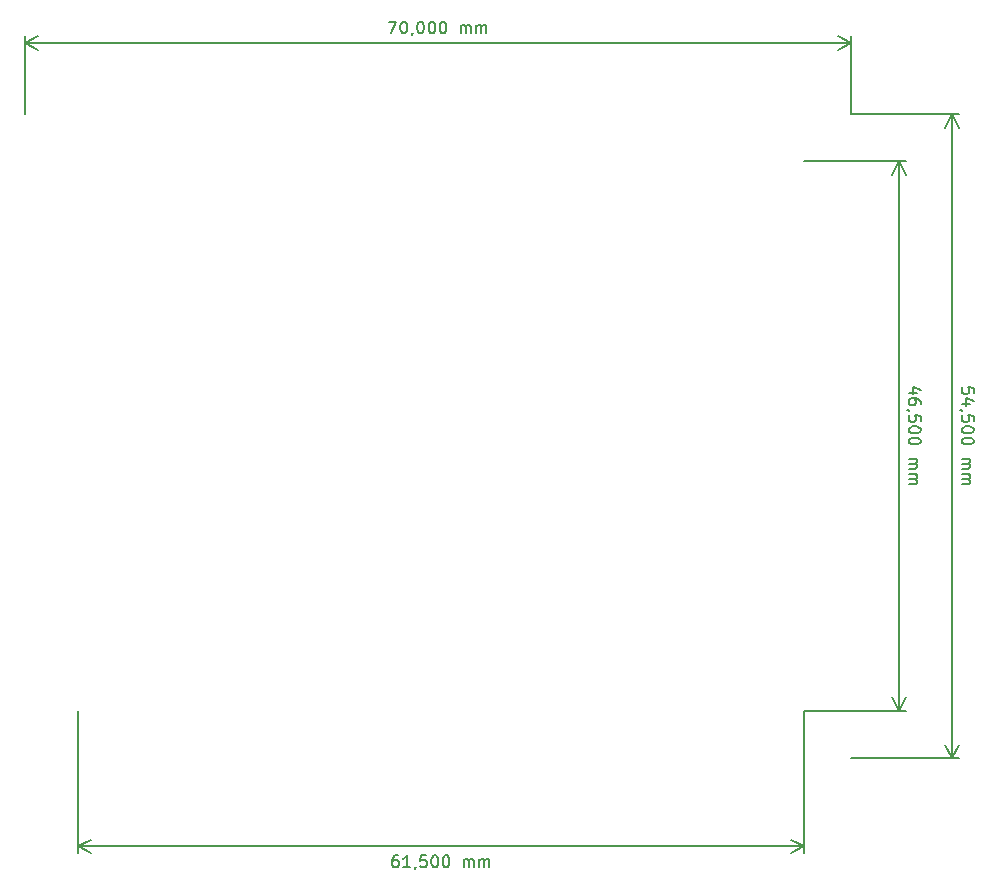
<source format=gbr>
%TF.GenerationSoftware,KiCad,Pcbnew,5.1.10*%
%TF.CreationDate,2021-07-22T01:23:26+02:00*%
%TF.ProjectId,9v-preamp,39762d70-7265-4616-9d70-2e6b69636164,rev?*%
%TF.SameCoordinates,Original*%
%TF.FileFunction,OtherDrawing,Comment*%
%FSLAX46Y46*%
G04 Gerber Fmt 4.6, Leading zero omitted, Abs format (unit mm)*
G04 Created by KiCad (PCBNEW 5.1.10) date 2021-07-22 01:23:26*
%MOMM*%
%LPD*%
G01*
G04 APERTURE LIST*
%ADD10C,0.150000*%
G04 APERTURE END LIST*
D10*
X116514285Y-108583333D02*
X115847619Y-108583333D01*
X116895238Y-108345238D02*
X116180952Y-108107142D01*
X116180952Y-108726190D01*
X116847619Y-109535714D02*
X116847619Y-109345238D01*
X116800000Y-109250000D01*
X116752380Y-109202380D01*
X116609523Y-109107142D01*
X116419047Y-109059523D01*
X116038095Y-109059523D01*
X115942857Y-109107142D01*
X115895238Y-109154761D01*
X115847619Y-109250000D01*
X115847619Y-109440476D01*
X115895238Y-109535714D01*
X115942857Y-109583333D01*
X116038095Y-109630952D01*
X116276190Y-109630952D01*
X116371428Y-109583333D01*
X116419047Y-109535714D01*
X116466666Y-109440476D01*
X116466666Y-109250000D01*
X116419047Y-109154761D01*
X116371428Y-109107142D01*
X116276190Y-109059523D01*
X115895238Y-110107142D02*
X115847619Y-110107142D01*
X115752380Y-110059523D01*
X115704761Y-110011904D01*
X116847619Y-111011904D02*
X116847619Y-110535714D01*
X116371428Y-110488095D01*
X116419047Y-110535714D01*
X116466666Y-110630952D01*
X116466666Y-110869047D01*
X116419047Y-110964285D01*
X116371428Y-111011904D01*
X116276190Y-111059523D01*
X116038095Y-111059523D01*
X115942857Y-111011904D01*
X115895238Y-110964285D01*
X115847619Y-110869047D01*
X115847619Y-110630952D01*
X115895238Y-110535714D01*
X115942857Y-110488095D01*
X116847619Y-111678571D02*
X116847619Y-111773809D01*
X116800000Y-111869047D01*
X116752380Y-111916666D01*
X116657142Y-111964285D01*
X116466666Y-112011904D01*
X116228571Y-112011904D01*
X116038095Y-111964285D01*
X115942857Y-111916666D01*
X115895238Y-111869047D01*
X115847619Y-111773809D01*
X115847619Y-111678571D01*
X115895238Y-111583333D01*
X115942857Y-111535714D01*
X116038095Y-111488095D01*
X116228571Y-111440476D01*
X116466666Y-111440476D01*
X116657142Y-111488095D01*
X116752380Y-111535714D01*
X116800000Y-111583333D01*
X116847619Y-111678571D01*
X116847619Y-112630952D02*
X116847619Y-112726190D01*
X116800000Y-112821428D01*
X116752380Y-112869047D01*
X116657142Y-112916666D01*
X116466666Y-112964285D01*
X116228571Y-112964285D01*
X116038095Y-112916666D01*
X115942857Y-112869047D01*
X115895238Y-112821428D01*
X115847619Y-112726190D01*
X115847619Y-112630952D01*
X115895238Y-112535714D01*
X115942857Y-112488095D01*
X116038095Y-112440476D01*
X116228571Y-112392857D01*
X116466666Y-112392857D01*
X116657142Y-112440476D01*
X116752380Y-112488095D01*
X116800000Y-112535714D01*
X116847619Y-112630952D01*
X115847619Y-114154761D02*
X116514285Y-114154761D01*
X116419047Y-114154761D02*
X116466666Y-114202380D01*
X116514285Y-114297619D01*
X116514285Y-114440476D01*
X116466666Y-114535714D01*
X116371428Y-114583333D01*
X115847619Y-114583333D01*
X116371428Y-114583333D02*
X116466666Y-114630952D01*
X116514285Y-114726190D01*
X116514285Y-114869047D01*
X116466666Y-114964285D01*
X116371428Y-115011904D01*
X115847619Y-115011904D01*
X115847619Y-115488095D02*
X116514285Y-115488095D01*
X116419047Y-115488095D02*
X116466666Y-115535714D01*
X116514285Y-115630952D01*
X116514285Y-115773809D01*
X116466666Y-115869047D01*
X116371428Y-115916666D01*
X115847619Y-115916666D01*
X116371428Y-115916666D02*
X116466666Y-115964285D01*
X116514285Y-116059523D01*
X116514285Y-116202380D01*
X116466666Y-116297619D01*
X116371428Y-116345238D01*
X115847619Y-116345238D01*
X115000000Y-89000000D02*
X115000000Y-135500000D01*
X107000000Y-89000000D02*
X115586421Y-89000000D01*
X107000000Y-135500000D02*
X115586421Y-135500000D01*
X115000000Y-135500000D02*
X114413579Y-134373496D01*
X115000000Y-135500000D02*
X115586421Y-134373496D01*
X115000000Y-89000000D02*
X114413579Y-90126504D01*
X115000000Y-89000000D02*
X115586421Y-90126504D01*
X72583333Y-147752380D02*
X72392857Y-147752380D01*
X72297619Y-147800000D01*
X72250000Y-147847619D01*
X72154761Y-147990476D01*
X72107142Y-148180952D01*
X72107142Y-148561904D01*
X72154761Y-148657142D01*
X72202380Y-148704761D01*
X72297619Y-148752380D01*
X72488095Y-148752380D01*
X72583333Y-148704761D01*
X72630952Y-148657142D01*
X72678571Y-148561904D01*
X72678571Y-148323809D01*
X72630952Y-148228571D01*
X72583333Y-148180952D01*
X72488095Y-148133333D01*
X72297619Y-148133333D01*
X72202380Y-148180952D01*
X72154761Y-148228571D01*
X72107142Y-148323809D01*
X73630952Y-148752380D02*
X73059523Y-148752380D01*
X73345238Y-148752380D02*
X73345238Y-147752380D01*
X73250000Y-147895238D01*
X73154761Y-147990476D01*
X73059523Y-148038095D01*
X74107142Y-148704761D02*
X74107142Y-148752380D01*
X74059523Y-148847619D01*
X74011904Y-148895238D01*
X75011904Y-147752380D02*
X74535714Y-147752380D01*
X74488095Y-148228571D01*
X74535714Y-148180952D01*
X74630952Y-148133333D01*
X74869047Y-148133333D01*
X74964285Y-148180952D01*
X75011904Y-148228571D01*
X75059523Y-148323809D01*
X75059523Y-148561904D01*
X75011904Y-148657142D01*
X74964285Y-148704761D01*
X74869047Y-148752380D01*
X74630952Y-148752380D01*
X74535714Y-148704761D01*
X74488095Y-148657142D01*
X75678571Y-147752380D02*
X75773809Y-147752380D01*
X75869047Y-147800000D01*
X75916666Y-147847619D01*
X75964285Y-147942857D01*
X76011904Y-148133333D01*
X76011904Y-148371428D01*
X75964285Y-148561904D01*
X75916666Y-148657142D01*
X75869047Y-148704761D01*
X75773809Y-148752380D01*
X75678571Y-148752380D01*
X75583333Y-148704761D01*
X75535714Y-148657142D01*
X75488095Y-148561904D01*
X75440476Y-148371428D01*
X75440476Y-148133333D01*
X75488095Y-147942857D01*
X75535714Y-147847619D01*
X75583333Y-147800000D01*
X75678571Y-147752380D01*
X76630952Y-147752380D02*
X76726190Y-147752380D01*
X76821428Y-147800000D01*
X76869047Y-147847619D01*
X76916666Y-147942857D01*
X76964285Y-148133333D01*
X76964285Y-148371428D01*
X76916666Y-148561904D01*
X76869047Y-148657142D01*
X76821428Y-148704761D01*
X76726190Y-148752380D01*
X76630952Y-148752380D01*
X76535714Y-148704761D01*
X76488095Y-148657142D01*
X76440476Y-148561904D01*
X76392857Y-148371428D01*
X76392857Y-148133333D01*
X76440476Y-147942857D01*
X76488095Y-147847619D01*
X76535714Y-147800000D01*
X76630952Y-147752380D01*
X78154761Y-148752380D02*
X78154761Y-148085714D01*
X78154761Y-148180952D02*
X78202380Y-148133333D01*
X78297619Y-148085714D01*
X78440476Y-148085714D01*
X78535714Y-148133333D01*
X78583333Y-148228571D01*
X78583333Y-148752380D01*
X78583333Y-148228571D02*
X78630952Y-148133333D01*
X78726190Y-148085714D01*
X78869047Y-148085714D01*
X78964285Y-148133333D01*
X79011904Y-148228571D01*
X79011904Y-148752380D01*
X79488095Y-148752380D02*
X79488095Y-148085714D01*
X79488095Y-148180952D02*
X79535714Y-148133333D01*
X79630952Y-148085714D01*
X79773809Y-148085714D01*
X79869047Y-148133333D01*
X79916666Y-148228571D01*
X79916666Y-148752380D01*
X79916666Y-148228571D02*
X79964285Y-148133333D01*
X80059523Y-148085714D01*
X80202380Y-148085714D01*
X80297619Y-148133333D01*
X80345238Y-148228571D01*
X80345238Y-148752380D01*
X107000000Y-147000000D02*
X45500000Y-147000000D01*
X107000000Y-135500000D02*
X107000000Y-147586421D01*
X45500000Y-135500000D02*
X45500000Y-147586421D01*
X45500000Y-147000000D02*
X46626504Y-146413579D01*
X45500000Y-147000000D02*
X46626504Y-147586421D01*
X107000000Y-147000000D02*
X105873496Y-146413579D01*
X107000000Y-147000000D02*
X105873496Y-147586421D01*
X121347619Y-108630952D02*
X121347619Y-108154761D01*
X120871428Y-108107142D01*
X120919047Y-108154761D01*
X120966666Y-108250000D01*
X120966666Y-108488095D01*
X120919047Y-108583333D01*
X120871428Y-108630952D01*
X120776190Y-108678571D01*
X120538095Y-108678571D01*
X120442857Y-108630952D01*
X120395238Y-108583333D01*
X120347619Y-108488095D01*
X120347619Y-108250000D01*
X120395238Y-108154761D01*
X120442857Y-108107142D01*
X121014285Y-109535714D02*
X120347619Y-109535714D01*
X121395238Y-109297619D02*
X120680952Y-109059523D01*
X120680952Y-109678571D01*
X120395238Y-110107142D02*
X120347619Y-110107142D01*
X120252380Y-110059523D01*
X120204761Y-110011904D01*
X121347619Y-111011904D02*
X121347619Y-110535714D01*
X120871428Y-110488095D01*
X120919047Y-110535714D01*
X120966666Y-110630952D01*
X120966666Y-110869047D01*
X120919047Y-110964285D01*
X120871428Y-111011904D01*
X120776190Y-111059523D01*
X120538095Y-111059523D01*
X120442857Y-111011904D01*
X120395238Y-110964285D01*
X120347619Y-110869047D01*
X120347619Y-110630952D01*
X120395238Y-110535714D01*
X120442857Y-110488095D01*
X121347619Y-111678571D02*
X121347619Y-111773809D01*
X121300000Y-111869047D01*
X121252380Y-111916666D01*
X121157142Y-111964285D01*
X120966666Y-112011904D01*
X120728571Y-112011904D01*
X120538095Y-111964285D01*
X120442857Y-111916666D01*
X120395238Y-111869047D01*
X120347619Y-111773809D01*
X120347619Y-111678571D01*
X120395238Y-111583333D01*
X120442857Y-111535714D01*
X120538095Y-111488095D01*
X120728571Y-111440476D01*
X120966666Y-111440476D01*
X121157142Y-111488095D01*
X121252380Y-111535714D01*
X121300000Y-111583333D01*
X121347619Y-111678571D01*
X121347619Y-112630952D02*
X121347619Y-112726190D01*
X121300000Y-112821428D01*
X121252380Y-112869047D01*
X121157142Y-112916666D01*
X120966666Y-112964285D01*
X120728571Y-112964285D01*
X120538095Y-112916666D01*
X120442857Y-112869047D01*
X120395238Y-112821428D01*
X120347619Y-112726190D01*
X120347619Y-112630952D01*
X120395238Y-112535714D01*
X120442857Y-112488095D01*
X120538095Y-112440476D01*
X120728571Y-112392857D01*
X120966666Y-112392857D01*
X121157142Y-112440476D01*
X121252380Y-112488095D01*
X121300000Y-112535714D01*
X121347619Y-112630952D01*
X120347619Y-114154761D02*
X121014285Y-114154761D01*
X120919047Y-114154761D02*
X120966666Y-114202380D01*
X121014285Y-114297619D01*
X121014285Y-114440476D01*
X120966666Y-114535714D01*
X120871428Y-114583333D01*
X120347619Y-114583333D01*
X120871428Y-114583333D02*
X120966666Y-114630952D01*
X121014285Y-114726190D01*
X121014285Y-114869047D01*
X120966666Y-114964285D01*
X120871428Y-115011904D01*
X120347619Y-115011904D01*
X120347619Y-115488095D02*
X121014285Y-115488095D01*
X120919047Y-115488095D02*
X120966666Y-115535714D01*
X121014285Y-115630952D01*
X121014285Y-115773809D01*
X120966666Y-115869047D01*
X120871428Y-115916666D01*
X120347619Y-115916666D01*
X120871428Y-115916666D02*
X120966666Y-115964285D01*
X121014285Y-116059523D01*
X121014285Y-116202380D01*
X120966666Y-116297619D01*
X120871428Y-116345238D01*
X120347619Y-116345238D01*
X119500000Y-85000000D02*
X119500000Y-139500000D01*
X111000000Y-85000000D02*
X120086421Y-85000000D01*
X111000000Y-139500000D02*
X120086421Y-139500000D01*
X119500000Y-139500000D02*
X118913579Y-138373496D01*
X119500000Y-139500000D02*
X120086421Y-138373496D01*
X119500000Y-85000000D02*
X118913579Y-86126504D01*
X119500000Y-85000000D02*
X120086421Y-86126504D01*
X71809523Y-77152380D02*
X72476190Y-77152380D01*
X72047619Y-78152380D01*
X73047619Y-77152380D02*
X73142857Y-77152380D01*
X73238095Y-77200000D01*
X73285714Y-77247619D01*
X73333333Y-77342857D01*
X73380952Y-77533333D01*
X73380952Y-77771428D01*
X73333333Y-77961904D01*
X73285714Y-78057142D01*
X73238095Y-78104761D01*
X73142857Y-78152380D01*
X73047619Y-78152380D01*
X72952380Y-78104761D01*
X72904761Y-78057142D01*
X72857142Y-77961904D01*
X72809523Y-77771428D01*
X72809523Y-77533333D01*
X72857142Y-77342857D01*
X72904761Y-77247619D01*
X72952380Y-77200000D01*
X73047619Y-77152380D01*
X73857142Y-78104761D02*
X73857142Y-78152380D01*
X73809523Y-78247619D01*
X73761904Y-78295238D01*
X74476190Y-77152380D02*
X74571428Y-77152380D01*
X74666666Y-77200000D01*
X74714285Y-77247619D01*
X74761904Y-77342857D01*
X74809523Y-77533333D01*
X74809523Y-77771428D01*
X74761904Y-77961904D01*
X74714285Y-78057142D01*
X74666666Y-78104761D01*
X74571428Y-78152380D01*
X74476190Y-78152380D01*
X74380952Y-78104761D01*
X74333333Y-78057142D01*
X74285714Y-77961904D01*
X74238095Y-77771428D01*
X74238095Y-77533333D01*
X74285714Y-77342857D01*
X74333333Y-77247619D01*
X74380952Y-77200000D01*
X74476190Y-77152380D01*
X75428571Y-77152380D02*
X75523809Y-77152380D01*
X75619047Y-77200000D01*
X75666666Y-77247619D01*
X75714285Y-77342857D01*
X75761904Y-77533333D01*
X75761904Y-77771428D01*
X75714285Y-77961904D01*
X75666666Y-78057142D01*
X75619047Y-78104761D01*
X75523809Y-78152380D01*
X75428571Y-78152380D01*
X75333333Y-78104761D01*
X75285714Y-78057142D01*
X75238095Y-77961904D01*
X75190476Y-77771428D01*
X75190476Y-77533333D01*
X75238095Y-77342857D01*
X75285714Y-77247619D01*
X75333333Y-77200000D01*
X75428571Y-77152380D01*
X76380952Y-77152380D02*
X76476190Y-77152380D01*
X76571428Y-77200000D01*
X76619047Y-77247619D01*
X76666666Y-77342857D01*
X76714285Y-77533333D01*
X76714285Y-77771428D01*
X76666666Y-77961904D01*
X76619047Y-78057142D01*
X76571428Y-78104761D01*
X76476190Y-78152380D01*
X76380952Y-78152380D01*
X76285714Y-78104761D01*
X76238095Y-78057142D01*
X76190476Y-77961904D01*
X76142857Y-77771428D01*
X76142857Y-77533333D01*
X76190476Y-77342857D01*
X76238095Y-77247619D01*
X76285714Y-77200000D01*
X76380952Y-77152380D01*
X77904761Y-78152380D02*
X77904761Y-77485714D01*
X77904761Y-77580952D02*
X77952380Y-77533333D01*
X78047619Y-77485714D01*
X78190476Y-77485714D01*
X78285714Y-77533333D01*
X78333333Y-77628571D01*
X78333333Y-78152380D01*
X78333333Y-77628571D02*
X78380952Y-77533333D01*
X78476190Y-77485714D01*
X78619047Y-77485714D01*
X78714285Y-77533333D01*
X78761904Y-77628571D01*
X78761904Y-78152380D01*
X79238095Y-78152380D02*
X79238095Y-77485714D01*
X79238095Y-77580952D02*
X79285714Y-77533333D01*
X79380952Y-77485714D01*
X79523809Y-77485714D01*
X79619047Y-77533333D01*
X79666666Y-77628571D01*
X79666666Y-78152380D01*
X79666666Y-77628571D02*
X79714285Y-77533333D01*
X79809523Y-77485714D01*
X79952380Y-77485714D01*
X80047619Y-77533333D01*
X80095238Y-77628571D01*
X80095238Y-78152380D01*
X41000000Y-79000000D02*
X111000000Y-79000000D01*
X41000000Y-85000000D02*
X41000000Y-78413579D01*
X111000000Y-85000000D02*
X111000000Y-78413579D01*
X111000000Y-79000000D02*
X109873496Y-79586421D01*
X111000000Y-79000000D02*
X109873496Y-78413579D01*
X41000000Y-79000000D02*
X42126504Y-79586421D01*
X41000000Y-79000000D02*
X42126504Y-78413579D01*
M02*

</source>
